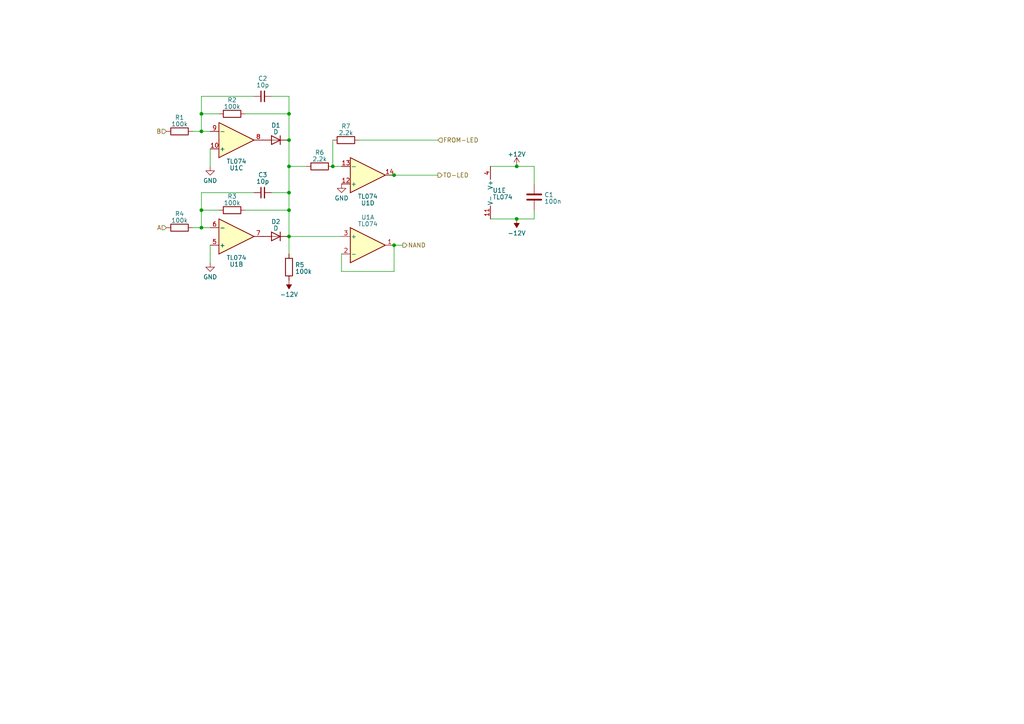
<source format=kicad_sch>
(kicad_sch (version 20230121) (generator eeschema)
  (paper "A4")
  (lib_symbols
    (symbol "Amplifier_Operational:TL074" (pin_names (offset 0.127))
      (property "Reference" "U" (at 0 5.08 0))
      (property "Value" "TL074" (at 0 -5.08 0))
      (symbol "TL074_1_1"
        (polyline (pts (xy -5.08 5.08) (xy 5.08 0) (xy -5.08 -5.08) (xy -5.08 5.08)) (stroke (width 0.254)) (fill (type background)))
        (pin output line (at 7.62 0 180) (length 2.54) (name "~") (number "1"))
        (pin input line (at -7.62 -2.54 0) (length 2.54) (name "-") (number "2"))
        (pin input line (at -7.62 2.54 0) (length 2.54) (name "+") (number "3"))
      )
      (symbol "TL074_2_1"
        (polyline (pts (xy -5.08 5.08) (xy 5.08 0) (xy -5.08 -5.08) (xy -5.08 5.08)) (stroke (width 0.254)) (fill (type background)))
        (pin input line (at -7.62 2.54 0) (length 2.54) (name "+") (number "5"))
        (pin input line (at -7.62 -2.54 0) (length 2.54) (name "-") (number "6"))
        (pin output line (at 7.62 0 180) (length 2.54) (name "~") (number "7"))
      )
      (symbol "TL074_3_1"
        (polyline (pts (xy -5.08 5.08) (xy 5.08 0) (xy -5.08 -5.08) (xy -5.08 5.08)) (stroke (width 0.254)) (fill (type background)))
        (pin input line (at -7.62 2.54 0) (length 2.54) (name "+") (number "10"))
        (pin output line (at 7.62 0 180) (length 2.54) (name "~") (number "8"))
        (pin input line (at -7.62 -2.54 0) (length 2.54) (name "-") (number "9"))
      )
      (symbol "TL074_4_1"
        (polyline (pts (xy -5.08 5.08) (xy 5.08 0) (xy -5.08 -5.08) (xy -5.08 5.08)) (stroke (width 0.254)) (fill (type background)))
        (pin input line (at -7.62 2.54 0) (length 2.54) (name "+") (number "12"))
        (pin input line (at -7.62 -2.54 0) (length 2.54) (name "-") (number "13"))
        (pin output line (at 7.62 0 180) (length 2.54) (name "~") (number "14"))
      )
      (symbol "TL074_5_1"
        (pin power_in line (at -2.54 -7.62 90) (length 3.81) (name "V-") (number "11"))
        (pin power_in line (at -2.54 7.62 270) (length 3.81) (name "V+") (number "4"))
      )
    )
    (symbol "Device:C" (pin_numbers hide) (pin_names (offset 0.254))
      (property "Reference" "C" (at 0.635 2.54 0))
      (property "Value" "C" (at 0.635 -2.54 0))
      (symbol "C_0_1"
        (polyline (pts (xy -2.032 -0.762) (xy 2.032 -0.762)) (stroke (width 0.508)))
        (polyline (pts (xy -2.032 0.762) (xy 2.032 0.762)) (stroke (width 0.508)))
      )
      (symbol "C_1_1"
        (pin passive line (at 0 3.81 270) (length 2.794) (name "~") (number "1"))
        (pin passive line (at 0 -3.81 90) (length 2.794) (name "~") (number "2"))
      )
    )
    (symbol "Device:C_Small" (pin_numbers hide) (pin_names (offset 0.254) hide)
      (property "Reference" "C" (at 0.254 1.778 0))
      (property "Value" "C_Small" (at 0.254 -2.032 0))
      (symbol "C_Small_0_1"
        (polyline (pts (xy -1.524 -0.508) (xy 1.524 -0.508)) (stroke (width 0.3302)))
        (polyline (pts (xy -1.524 0.508) (xy 1.524 0.508)) (stroke (width 0.3048)))
      )
      (symbol "C_Small_1_1"
        (pin passive line (at 0 2.54 270) (length 2.032) (name "~") (number "1"))
        (pin passive line (at 0 -2.54 90) (length 2.032) (name "~") (number "2"))
      )
    )
    (symbol "Device:D" (pin_numbers hide) (pin_names (offset 1.016) hide)
      (property "Reference" "D" (at 0 2.54 0))
      (property "Value" "D" (at 0 -2.54 0))
      (symbol "D_0_1"
        (polyline (pts (xy -1.27 1.27) (xy -1.27 -1.27)) (stroke (width 0.254)))
        (polyline (pts (xy 1.27 0) (xy -1.27 0)))
        (polyline (pts (xy 1.27 1.27) (xy 1.27 -1.27) (xy -1.27 0) (xy 1.27 1.27)) (stroke (width 0.254)))
      )
      (symbol "D_1_1"
        (pin passive line (at -3.81 0 0) (length 2.54) (name "K") (number "1"))
        (pin passive line (at 3.81 0 180) (length 2.54) (name "A") (number "2"))
      )
    )
    (symbol "Device:R" (pin_numbers hide) (pin_names (offset 0))
      (property "Reference" "R" (at 2.032 0 90))
      (property "Value" "R" (at 0 0 90))
      (symbol "R_0_1"
        (rectangle (start -1.016 -2.54) (end 1.016 2.54) (stroke (width 0.254)))
      )
      (symbol "R_1_1"
        (pin passive line (at 0 3.81 270) (length 1.27) (name "~") (number "1"))
        (pin passive line (at 0 -3.81 90) (length 1.27) (name "~") (number "2"))
      )
    )
    (symbol "power:+12V" (power) (pin_names (offset 0))
      (property "Value" "+12V" (at 0 3.556 0))
      (symbol "+12V_0_1"
        (polyline (pts (xy -0.762 1.27) (xy 0 2.54)))
        (polyline (pts (xy 0 0) (xy 0 2.54)))
        (polyline (pts (xy 0 2.54) (xy 0.762 1.27)))
      )
      (symbol "+12V_1_1"
        (pin power_in line (at 0 0 90) (length 0) hide (name "+12V") (number "1"))
      )
    )
    (symbol "power:-12V" (power) (pin_names (offset 0))
      (property "Value" "-12V" (at 0 3.81 0))
      (symbol "-12V_0_0"
        (pin power_in line (at 0 0 90) (length 0) hide (name "-12V") (number "1"))
      )
      (symbol "-12V_0_1"
        (polyline (pts (xy 0 0) (xy 0 1.27) (xy 0.762 1.27) (xy 0 2.54) (xy -0.762 1.27) (xy 0 1.27)) (fill (type outline)))
      )
    )
    (symbol "power:GND" (power) (pin_names (offset 0))
      (property "Value" "GND" (at 0 -3.81 0))
      (symbol "GND_0_1"
        (polyline (pts (xy 0 0) (xy 0 -1.27) (xy 1.27 -1.27) (xy 0 -2.54) (xy -1.27 -1.27) (xy 0 -1.27)))
      )
      (symbol "GND_1_1"
        (pin power_in line (at 0 0 270) (length 0) hide (name "GND") (number "1"))
      )
    )
  )
  (junction (at 58.42 33.02))
  (junction (at 58.42 38.1))
  (junction (at 114.3 71.12))
  (junction (at 96.52 48.26))
  (junction (at 83.82 55.88))
  (junction (at 114.3 50.8))
  (junction (at 83.82 33.02))
  (junction (at 83.82 68.58))
  (junction (at 83.82 48.26))
  (junction (at 83.82 60.96))
  (junction (at 58.42 60.96))
  (junction (at 149.86 48.26))
  (junction (at 83.82 40.64))
  (junction (at 149.86 63.5))
  (junction (at 58.42 66.04))
  (wire (pts (xy 83.82 33.02) (xy 83.82 40.64)))
  (wire (pts (xy 99.06 78.74) (xy 99.06 73.66)))
  (wire (pts (xy 83.82 48.26) (xy 83.82 55.88)))
  (wire (pts (xy 104.14 40.64) (xy 127 40.64)))
  (wire (pts (xy 58.42 38.1) (xy 60.96 38.1)))
  (wire (pts (xy 83.82 60.96) (xy 83.82 68.58)))
  (wire (pts (xy 78.74 55.88) (xy 83.82 55.88)))
  (wire (pts (xy 55.88 66.04) (xy 58.42 66.04)))
  (wire (pts (xy 71.12 60.96) (xy 83.82 60.96)))
  (wire (pts (xy 83.82 68.58) (xy 83.82 73.66)))
  (wire (pts (xy 154.94 63.5) (xy 154.94 60.96)))
  (wire (pts (xy 78.74 27.94) (xy 83.82 27.94)))
  (wire (pts (xy 111.76 50.8) (xy 114.3 50.8)))
  (wire (pts (xy 96.52 48.26) (xy 99.06 48.26)))
  (wire (pts (xy 83.82 68.58) (xy 99.06 68.58)))
  (wire (pts (xy 73.66 55.88) (xy 58.42 55.88)))
  (wire (pts (xy 114.3 78.74) (xy 99.06 78.74)))
  (wire (pts (xy 58.42 27.94) (xy 58.42 33.02)))
  (wire (pts (xy 71.12 33.02) (xy 83.82 33.02)))
  (wire (pts (xy 83.82 55.88) (xy 83.82 60.96)))
  (wire (pts (xy 83.82 48.26) (xy 88.9 48.26)))
  (wire (pts (xy 58.42 66.04) (xy 60.96 66.04)))
  (wire (pts (xy 58.42 60.96) (xy 63.5 60.96)))
  (wire (pts (xy 58.42 55.88) (xy 58.42 60.96)))
  (wire (pts (xy 96.52 40.64) (xy 96.52 48.26)))
  (wire (pts (xy 60.96 43.18) (xy 60.96 48.26)))
  (wire (pts (xy 149.86 63.5) (xy 154.94 63.5)))
  (wire (pts (xy 114.3 71.12) (xy 114.3 78.74)))
  (wire (pts (xy 55.88 38.1) (xy 58.42 38.1)))
  (wire (pts (xy 58.42 60.96) (xy 58.42 66.04)))
  (wire (pts (xy 154.94 48.26) (xy 149.86 48.26)))
  (wire (pts (xy 142.24 48.26) (xy 149.86 48.26)))
  (wire (pts (xy 142.24 63.5) (xy 149.86 63.5)))
  (wire (pts (xy 83.82 27.94) (xy 83.82 33.02)))
  (wire (pts (xy 83.82 40.64) (xy 83.82 48.26)))
  (wire (pts (xy 60.96 71.12) (xy 60.96 76.2)))
  (wire (pts (xy 114.3 50.8) (xy 127 50.8)))
  (wire (pts (xy 58.42 33.02) (xy 58.42 38.1)))
  (wire (pts (xy 154.94 53.34) (xy 154.94 48.26)))
  (wire (pts (xy 73.66 27.94) (xy 58.42 27.94)))
  (wire (pts (xy 114.3 71.12) (xy 116.84 71.12)))
  (wire (pts (xy 58.42 33.02) (xy 63.5 33.02)))
  (hierarchical_label "TO-LED" (shape output) (at 127 50.8 0))
  (hierarchical_label "B" (shape input) (at 48.26 38.1 180))
  (hierarchical_label "NAND" (shape output) (at 116.84 71.12 0))
  (hierarchical_label "A" (shape input) (at 48.26 66.04 180))
  (hierarchical_label "FROM-LED" (shape input) (at 127 40.64 0))
  (symbol (lib_id "Device:R") (at 52.07 38.1 90) (unit 1)
    (property "Reference" "R1" (at 52.07 34.0741 90))
    (property "Value" "100k" (at 52.07 35.9951 90))
    (property "Footprint" "Resistor_THT:R_Axial_DIN0207_L6.3mm_D2.5mm_P7.62mm_Horizontal" (effects hide))
  )
  (symbol (lib_id "Device:R") (at 52.07 66.04 90) (unit 1)
    (property "Reference" "R4" (at 52.07 62.0141 90))
    (property "Value" "100k" (at 52.07 63.9351 90))
    (property "Footprint" "Resistor_THT:R_Axial_DIN0207_L6.3mm_D2.5mm_P7.62mm_Horizontal" (effects hide))
  )
  (symbol (lib_id "power:GND") (at 60.96 48.26 0) (unit 1)
    (property "Reference" "#PWR06" (effects hide))
    (property "Value" "GND" (at 60.96 52.3955 0))
  )
  (symbol (lib_id "power:GND") (at 99.06 53.34 0) (unit 1)
    (property "Reference" "#PWR05" (effects hide))
    (property "Value" "GND" (at 99.06 57.4755 0))
  )
  (symbol (lib_id "power:-12V") (at 149.86 63.5 180) (unit 1)
    (property "Reference" "#PWR02" (effects hide))
    (property "Value" "-12V" (at 149.86 67.6355 0))
  )
  (symbol (lib_id "Amplifier_Operational:TL074") (at 68.58 68.58 0) (mirror x) (unit 2)
    (property "Reference" "U1" (at 68.58 76.6699 0))
    (property "Value" "TL074" (at 68.58 74.7489 0))
    (property "Footprint" "Package_DIP:DIP-14_W7.62mm" (effects hide))
    (property "Datasheet" "http://www.ti.com/lit/ds/symlink/tl071.pdf" (effects hide))
  )
  (symbol (lib_id "Amplifier_Operational:TL074") (at 106.68 50.8 0) (mirror x) (unit 4)
    (property "Reference" "U1" (at 106.68 58.8899 0))
    (property "Value" "TL074" (at 106.68 56.9689 0))
    (property "Footprint" "Package_DIP:DIP-14_W7.62mm" (effects hide))
    (property "Datasheet" "http://www.ti.com/lit/ds/symlink/tl071.pdf" (effects hide))
  )
  (symbol (lib_id "Amplifier_Operational:TL074") (at 106.68 71.12 0) (unit 1)
    (property "Reference" "U1" (at 106.68 63.0301 0))
    (property "Value" "TL074" (at 106.68 64.9511 0))
    (property "Footprint" "Package_DIP:DIP-14_W7.62mm" (effects hide))
    (property "Datasheet" "http://www.ti.com/lit/ds/symlink/tl071.pdf" (effects hide))
  )
  (symbol (lib_id "Amplifier_Operational:TL074") (at 68.58 40.64 0) (mirror x) (unit 3)
    (property "Reference" "U1" (at 68.58 48.7299 0))
    (property "Value" "TL074" (at 68.58 46.8089 0))
    (property "Footprint" "Package_DIP:DIP-14_W7.62mm" (effects hide))
    (property "Datasheet" "http://www.ti.com/lit/ds/symlink/tl071.pdf" (effects hide))
  )
  (symbol (lib_id "Device:C_Small") (at 76.2 55.88 90) (unit 1)
    (property "Reference" "C3" (at 76.2 50.7111 90))
    (property "Value" "10p" (at 76.2 52.6321 90))
    (property "Footprint" "Capacitor_THT:C_Disc_D5.0mm_W2.5mm_P5.00mm" (effects hide))
  )
  (symbol (lib_id "Device:D") (at 80.01 68.58 0) (mirror y) (unit 1)
    (property "Reference" "D2" (at 80.01 64.3001 0))
    (property "Value" "D" (at 80.01 66.2211 0))
    (property "Footprint" "Diode_THT:D_DO-34_SOD68_P7.62mm_Horizontal" (effects hide))
    (property "Sim.Device" "D" (effects hide))
    (property "Sim.Pins" "1=K 2=A" (effects hide))
  )
  (symbol (lib_id "Amplifier_Operational:TL074") (at 144.78 55.88 0) (unit 5)
    (property "Reference" "U1" (at 142.875 55.2363 0) (effects (justify left)))
    (property "Value" "TL074" (at 142.875 57.1573 0) (effects (justify left)))
    (property "Footprint" "Package_DIP:DIP-14_W7.62mm" (effects hide))
    (property "Datasheet" "http://www.ti.com/lit/ds/symlink/tl071.pdf" (effects hide))
  )
  (symbol (lib_id "power:-12V") (at 83.82 81.28 180) (unit 1)
    (property "Reference" "#PWR04" (effects hide))
    (property "Value" "-12V" (at 83.82 85.4155 0))
  )
  (symbol (lib_id "Device:R") (at 83.82 77.47 0) (unit 1)
    (property "Reference" "R5" (at 85.598 76.8263 0) (effects (justify left)))
    (property "Value" "100k" (at 85.598 78.7473 0) (effects (justify left)))
    (property "Footprint" "Resistor_THT:R_Axial_DIN0207_L6.3mm_D2.5mm_P7.62mm_Horizontal" (effects hide))
  )
  (symbol (lib_id "Device:R") (at 67.31 33.02 90) (unit 1)
    (property "Reference" "R2" (at 67.31 28.9941 90))
    (property "Value" "100k" (at 67.31 30.9151 90))
    (property "Footprint" "Resistor_THT:R_Axial_DIN0207_L6.3mm_D2.5mm_P7.62mm_Horizontal" (effects hide))
  )
  (symbol (lib_id "power:+12V") (at 149.86 48.26 0) (unit 1)
    (property "Reference" "#PWR01" (effects hide))
    (property "Value" "+12V" (at 149.86 44.7581 0))
  )
  (symbol (lib_id "Device:C") (at 154.94 57.15 0) (unit 1)
    (property "Reference" "C1" (at 157.861 56.5063 0) (effects (justify left)))
    (property "Value" "100n" (at 157.861 58.4273 0) (effects (justify left)))
    (property "Footprint" "Capacitor_THT:C_Disc_D5.0mm_W2.5mm_P5.00mm" (effects hide))
  )
  (symbol (lib_id "Device:R") (at 100.33 40.64 90) (unit 1)
    (property "Reference" "R7" (at 100.33 36.6141 90))
    (property "Value" "2.2k" (at 100.33 38.5351 90))
    (property "Footprint" "Resistor_THT:R_Axial_DIN0207_L6.3mm_D2.5mm_P7.62mm_Horizontal" (effects hide))
  )
  (symbol (lib_id "Device:R") (at 92.71 48.26 90) (unit 1)
    (property "Reference" "R6" (at 92.71 44.2341 90))
    (property "Value" "2.2k" (at 92.71 46.1551 90))
    (property "Footprint" "Resistor_THT:R_Axial_DIN0207_L6.3mm_D2.5mm_P7.62mm_Horizontal" (effects hide))
  )
  (symbol (lib_id "Device:D") (at 80.01 40.64 0) (mirror y) (unit 1)
    (property "Reference" "D1" (at 80.01 36.3601 0))
    (property "Value" "D" (at 80.01 38.2811 0))
    (property "Footprint" "Diode_THT:D_DO-34_SOD68_P7.62mm_Horizontal" (effects hide))
    (property "Sim.Device" "D" (effects hide))
    (property "Sim.Pins" "1=K 2=A" (effects hide))
  )
  (symbol (lib_id "power:GND") (at 60.96 76.2 0) (unit 1)
    (property "Reference" "#PWR03" (effects hide))
    (property "Value" "GND" (at 60.96 80.3355 0))
  )
  (symbol (lib_id "Device:R") (at 67.31 60.96 90) (unit 1)
    (property "Reference" "R3" (at 67.31 56.9341 90))
    (property "Value" "100k" (at 67.31 58.8551 90))
    (property "Footprint" "Resistor_THT:R_Axial_DIN0207_L6.3mm_D2.5mm_P7.62mm_Horizontal" (effects hide))
  )
  (symbol (lib_id "Device:C_Small") (at 76.2 27.94 90) (unit 1)
    (property "Reference" "C2" (at 76.2 22.7711 90))
    (property "Value" "10p" (at 76.2 24.6921 90))
    (property "Footprint" "Capacitor_THT:C_Disc_D5.0mm_W2.5mm_P5.00mm" (effects hide))
  )
)
</source>
